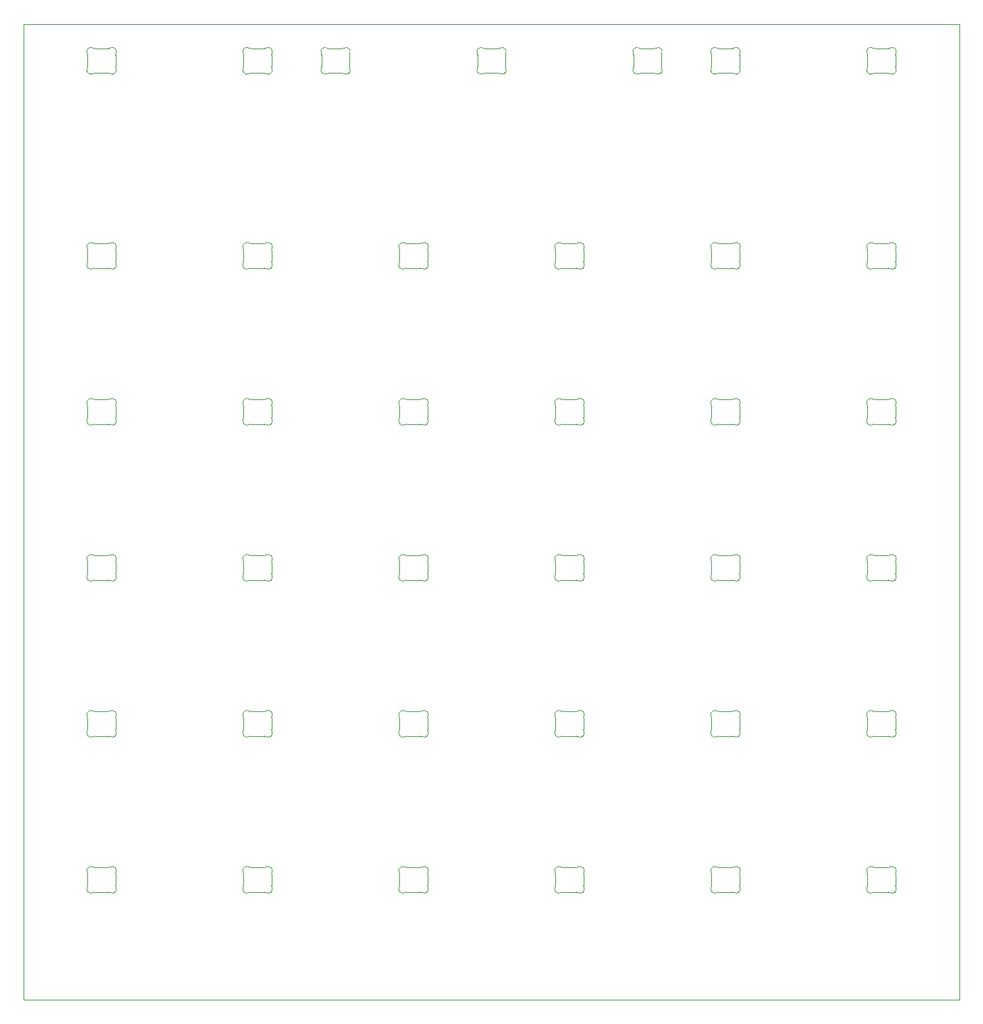
<source format=gm1>
G04 #@! TF.GenerationSoftware,KiCad,Pcbnew,8.0.5*
G04 #@! TF.CreationDate,2024-10-08T22:30:13+02:00*
G04 #@! TF.ProjectId,tekskey-v3-rounded,74656b73-6b65-4792-9d76-332d726f756e,rev?*
G04 #@! TF.SameCoordinates,Original*
G04 #@! TF.FileFunction,Profile,NP*
%FSLAX46Y46*%
G04 Gerber Fmt 4.6, Leading zero omitted, Abs format (unit mm)*
G04 Created by KiCad (PCBNEW 8.0.5) date 2024-10-08 22:30:13*
%MOMM*%
%LPD*%
G01*
G04 APERTURE LIST*
G04 #@! TA.AperFunction,Profile*
%ADD10C,0.050000*%
G04 #@! TD*
G04 #@! TA.AperFunction,Profile*
%ADD11C,0.100000*%
G04 #@! TD*
G04 APERTURE END LIST*
D10*
X28575000Y-23812500D02*
X142875000Y-23812500D01*
X142875000Y-142875000D01*
X28575000Y-142875000D01*
X28575000Y-23812500D01*
D11*
X116049484Y-110139719D02*
G75*
G02*
X115999985Y-109922841I450116J216819D01*
G01*
X116049484Y-110139718D02*
G75*
G02*
X115346710Y-110788301I-450514J-216882D01*
G01*
X115999999Y-108517156D02*
G75*
G02*
X116049486Y-108300280I499901J16D01*
G01*
X115346711Y-107651701D02*
G75*
G02*
X116049483Y-108300279I252259J-431699D01*
G01*
X115346711Y-107651701D02*
G75*
G02*
X115094453Y-107720000I-252261J431711D01*
G01*
X115094452Y-110719999D02*
G75*
G02*
X115346711Y-110788298I-2J-500011D01*
G01*
X113505547Y-107719999D02*
G75*
G02*
X113253289Y-107651700I3J500009D01*
G01*
X113253290Y-110788298D02*
G75*
G02*
X113505548Y-110719999I252261J-431710D01*
G01*
X113253289Y-110788296D02*
G75*
G02*
X112550516Y-110139719I-252258J431700D01*
G01*
X112600001Y-109922842D02*
G75*
G02*
X112550516Y-110139719I-499990J-1D01*
G01*
X112550516Y-108300279D02*
G75*
G02*
X113253289Y-107651700I450515J216878D01*
G01*
X112550516Y-108300279D02*
G75*
G02*
X112600001Y-108517157I-450505J-216876D01*
G01*
X115999999Y-109922841D02*
X115999999Y-108517157D01*
X115094453Y-107720000D02*
X113505548Y-107720000D01*
X113505548Y-110719999D02*
X115094452Y-110719999D01*
X112600001Y-108517157D02*
X112600001Y-109922841D01*
X135099484Y-91089721D02*
G75*
G02*
X135049987Y-90872843I451016J217021D01*
G01*
X135099484Y-91089721D02*
G75*
G02*
X134396711Y-91738300I-450514J-216879D01*
G01*
X135049999Y-89467158D02*
G75*
G02*
X135099479Y-89250278I499801J58D01*
G01*
X134396711Y-88601704D02*
G75*
G02*
X135099480Y-89250279I252259J-431696D01*
G01*
X134396710Y-88601702D02*
G75*
G02*
X134144452Y-88670000I-252260J431712D01*
G01*
X134144453Y-91670001D02*
G75*
G02*
X134396711Y-91738300I-3J-500009D01*
G01*
X132555548Y-88670001D02*
G75*
G02*
X132303289Y-88601702I2J500009D01*
G01*
X132303289Y-91738299D02*
G75*
G02*
X132555547Y-91670000I252261J-431710D01*
G01*
X132303289Y-91738299D02*
G75*
G02*
X131600515Y-91089721I-252259J431700D01*
G01*
X131650001Y-90872844D02*
G75*
G02*
X131600516Y-91089721I-499990J-1D01*
G01*
X131600516Y-89250282D02*
G75*
G02*
X132303289Y-88601702I450514J216880D01*
G01*
X131600516Y-89250281D02*
G75*
G02*
X131650001Y-89467159I-450505J-216876D01*
G01*
X135049999Y-90872843D02*
X135049999Y-89467159D01*
X134144452Y-88670001D02*
X132555548Y-88670001D01*
X132555547Y-91670000D02*
X134144452Y-91670000D01*
X131650001Y-89467159D02*
X131650001Y-90872843D01*
X77949484Y-110139719D02*
G75*
G02*
X77899985Y-109922841I450116J216819D01*
G01*
X77949484Y-110139718D02*
G75*
G02*
X77246710Y-110788301I-450514J-216882D01*
G01*
X77899999Y-108517156D02*
G75*
G02*
X77949486Y-108300280I499901J16D01*
G01*
X77246711Y-107651701D02*
G75*
G02*
X77949483Y-108300279I252259J-431699D01*
G01*
X77246711Y-107651701D02*
G75*
G02*
X76994453Y-107720000I-252261J431711D01*
G01*
X76994452Y-110719999D02*
G75*
G02*
X77246711Y-110788298I-2J-500011D01*
G01*
X75405547Y-107719999D02*
G75*
G02*
X75153289Y-107651700I3J500009D01*
G01*
X75153290Y-110788298D02*
G75*
G02*
X75405548Y-110719999I252261J-431710D01*
G01*
X75153289Y-110788296D02*
G75*
G02*
X74450516Y-110139719I-252258J431700D01*
G01*
X74500001Y-109922842D02*
G75*
G02*
X74450516Y-110139719I-499990J-1D01*
G01*
X74450516Y-108300279D02*
G75*
G02*
X75153289Y-107651700I450515J216878D01*
G01*
X74450516Y-108300279D02*
G75*
G02*
X74500001Y-108517157I-450505J-216876D01*
G01*
X77899999Y-109922841D02*
X77899999Y-108517157D01*
X76994453Y-107720000D02*
X75405548Y-107720000D01*
X75405548Y-110719999D02*
X76994452Y-110719999D01*
X74500001Y-108517157D02*
X74500001Y-109922841D01*
X116049484Y-29177219D02*
G75*
G02*
X115999985Y-28960341I450116J216819D01*
G01*
X116049484Y-29177218D02*
G75*
G02*
X115346710Y-29825801I-450514J-216882D01*
G01*
X115999999Y-27554656D02*
G75*
G02*
X116049486Y-27337780I499901J16D01*
G01*
X115346711Y-26689201D02*
G75*
G02*
X116049483Y-27337779I252259J-431699D01*
G01*
X115346711Y-26689201D02*
G75*
G02*
X115094453Y-26757500I-252261J431711D01*
G01*
X115094452Y-29757499D02*
G75*
G02*
X115346711Y-29825798I-2J-500011D01*
G01*
X113505547Y-26757499D02*
G75*
G02*
X113253289Y-26689200I3J500009D01*
G01*
X113253290Y-29825798D02*
G75*
G02*
X113505548Y-29757499I252261J-431710D01*
G01*
X113253289Y-29825796D02*
G75*
G02*
X112550516Y-29177219I-252258J431700D01*
G01*
X112600001Y-28960342D02*
G75*
G02*
X112550516Y-29177219I-499990J-1D01*
G01*
X112550516Y-27337779D02*
G75*
G02*
X113253289Y-26689200I450515J216878D01*
G01*
X112550516Y-27337779D02*
G75*
G02*
X112600001Y-27554657I-450505J-216876D01*
G01*
X115999999Y-28960341D02*
X115999999Y-27554657D01*
X115094453Y-26757500D02*
X113505548Y-26757500D01*
X113505548Y-29757499D02*
X115094452Y-29757499D01*
X112600001Y-27554657D02*
X112600001Y-28960341D01*
X58899484Y-91089721D02*
G75*
G02*
X58849987Y-90872843I451016J217021D01*
G01*
X58899484Y-91089721D02*
G75*
G02*
X58196711Y-91738300I-450514J-216879D01*
G01*
X58849999Y-89467158D02*
G75*
G02*
X58899479Y-89250278I499801J58D01*
G01*
X58196711Y-88601704D02*
G75*
G02*
X58899480Y-89250279I252259J-431696D01*
G01*
X58196710Y-88601702D02*
G75*
G02*
X57944452Y-88670000I-252260J431712D01*
G01*
X57944453Y-91670001D02*
G75*
G02*
X58196711Y-91738300I-3J-500009D01*
G01*
X56355548Y-88670001D02*
G75*
G02*
X56103289Y-88601702I2J500009D01*
G01*
X56103289Y-91738299D02*
G75*
G02*
X56355547Y-91670000I252261J-431710D01*
G01*
X56103289Y-91738299D02*
G75*
G02*
X55400515Y-91089721I-252259J431700D01*
G01*
X55450001Y-90872844D02*
G75*
G02*
X55400516Y-91089721I-499990J-1D01*
G01*
X55400516Y-89250282D02*
G75*
G02*
X56103289Y-88601702I450514J216880D01*
G01*
X55400516Y-89250281D02*
G75*
G02*
X55450001Y-89467159I-450505J-216876D01*
G01*
X58849999Y-90872843D02*
X58849999Y-89467159D01*
X57944452Y-88670001D02*
X56355548Y-88670001D01*
X56355547Y-91670000D02*
X57944452Y-91670000D01*
X55450001Y-89467159D02*
X55450001Y-90872843D01*
X135099484Y-72039719D02*
G75*
G02*
X135049985Y-71822841I450116J216819D01*
G01*
X135099484Y-72039718D02*
G75*
G02*
X134396710Y-72688301I-450514J-216882D01*
G01*
X135049999Y-70417156D02*
G75*
G02*
X135099486Y-70200280I499901J16D01*
G01*
X134396711Y-69551701D02*
G75*
G02*
X135099483Y-70200279I252259J-431699D01*
G01*
X134396711Y-69551701D02*
G75*
G02*
X134144453Y-69620000I-252261J431711D01*
G01*
X134144452Y-72619999D02*
G75*
G02*
X134396711Y-72688298I-2J-500011D01*
G01*
X132555547Y-69619999D02*
G75*
G02*
X132303289Y-69551700I3J500009D01*
G01*
X132303290Y-72688298D02*
G75*
G02*
X132555548Y-72619999I252261J-431710D01*
G01*
X132303289Y-72688296D02*
G75*
G02*
X131600516Y-72039719I-252258J431700D01*
G01*
X131650001Y-71822842D02*
G75*
G02*
X131600516Y-72039719I-499990J-1D01*
G01*
X131600516Y-70200279D02*
G75*
G02*
X132303289Y-69551700I450515J216878D01*
G01*
X131600516Y-70200279D02*
G75*
G02*
X131650001Y-70417157I-450505J-216876D01*
G01*
X135049999Y-71822841D02*
X135049999Y-70417157D01*
X134144453Y-69620000D02*
X132555548Y-69620000D01*
X132555548Y-72619999D02*
X134144452Y-72619999D01*
X131650001Y-70417157D02*
X131650001Y-71822841D01*
X58899484Y-29177219D02*
G75*
G02*
X58849985Y-28960341I450116J216819D01*
G01*
X58899484Y-29177218D02*
G75*
G02*
X58196710Y-29825801I-450514J-216882D01*
G01*
X58849999Y-27554656D02*
G75*
G02*
X58899486Y-27337780I499901J16D01*
G01*
X58196711Y-26689201D02*
G75*
G02*
X58899483Y-27337779I252259J-431699D01*
G01*
X58196711Y-26689201D02*
G75*
G02*
X57944453Y-26757500I-252261J431711D01*
G01*
X57944452Y-29757499D02*
G75*
G02*
X58196711Y-29825798I-2J-500011D01*
G01*
X56355547Y-26757499D02*
G75*
G02*
X56103289Y-26689200I3J500009D01*
G01*
X56103290Y-29825798D02*
G75*
G02*
X56355548Y-29757499I252261J-431710D01*
G01*
X56103289Y-29825796D02*
G75*
G02*
X55400516Y-29177219I-252258J431700D01*
G01*
X55450001Y-28960342D02*
G75*
G02*
X55400516Y-29177219I-499990J-1D01*
G01*
X55400516Y-27337779D02*
G75*
G02*
X56103289Y-26689200I450515J216878D01*
G01*
X55400516Y-27337779D02*
G75*
G02*
X55450001Y-27554657I-450505J-216876D01*
G01*
X58849999Y-28960341D02*
X58849999Y-27554657D01*
X57944453Y-26757500D02*
X56355548Y-26757500D01*
X56355548Y-29757499D02*
X57944452Y-29757499D01*
X55450001Y-27554657D02*
X55450001Y-28960341D01*
X77949484Y-72039719D02*
G75*
G02*
X77899985Y-71822841I450116J216819D01*
G01*
X77949484Y-72039718D02*
G75*
G02*
X77246710Y-72688301I-450514J-216882D01*
G01*
X77899999Y-70417156D02*
G75*
G02*
X77949486Y-70200280I499901J16D01*
G01*
X77246711Y-69551701D02*
G75*
G02*
X77949483Y-70200279I252259J-431699D01*
G01*
X77246711Y-69551701D02*
G75*
G02*
X76994453Y-69620000I-252261J431711D01*
G01*
X76994452Y-72619999D02*
G75*
G02*
X77246711Y-72688298I-2J-500011D01*
G01*
X75405547Y-69619999D02*
G75*
G02*
X75153289Y-69551700I3J500009D01*
G01*
X75153290Y-72688298D02*
G75*
G02*
X75405548Y-72619999I252261J-431710D01*
G01*
X75153289Y-72688296D02*
G75*
G02*
X74450516Y-72039719I-252258J431700D01*
G01*
X74500001Y-71822842D02*
G75*
G02*
X74450516Y-72039719I-499990J-1D01*
G01*
X74450516Y-70200279D02*
G75*
G02*
X75153289Y-69551700I450515J216878D01*
G01*
X74450516Y-70200279D02*
G75*
G02*
X74500001Y-70417157I-450505J-216876D01*
G01*
X77899999Y-71822841D02*
X77899999Y-70417157D01*
X76994453Y-69620000D02*
X75405548Y-69620000D01*
X75405548Y-72619999D02*
X76994452Y-72619999D01*
X74500001Y-70417157D02*
X74500001Y-71822841D01*
X106524484Y-29177219D02*
G75*
G02*
X106474985Y-28960341I450116J216819D01*
G01*
X106524484Y-29177218D02*
G75*
G02*
X105821710Y-29825801I-450514J-216882D01*
G01*
X106474999Y-27554656D02*
G75*
G02*
X106524486Y-27337780I499901J16D01*
G01*
X105821711Y-26689201D02*
G75*
G02*
X106524483Y-27337779I252259J-431699D01*
G01*
X105821711Y-26689201D02*
G75*
G02*
X105569453Y-26757500I-252261J431711D01*
G01*
X105569452Y-29757499D02*
G75*
G02*
X105821711Y-29825798I-2J-500011D01*
G01*
X103980547Y-26757499D02*
G75*
G02*
X103728289Y-26689200I3J500009D01*
G01*
X103728290Y-29825798D02*
G75*
G02*
X103980548Y-29757499I252261J-431710D01*
G01*
X103728289Y-29825796D02*
G75*
G02*
X103025516Y-29177219I-252258J431700D01*
G01*
X103075001Y-28960342D02*
G75*
G02*
X103025516Y-29177219I-499990J-1D01*
G01*
X103025516Y-27337779D02*
G75*
G02*
X103728289Y-26689200I450515J216878D01*
G01*
X103025516Y-27337779D02*
G75*
G02*
X103075001Y-27554657I-450505J-216876D01*
G01*
X106474999Y-28960341D02*
X106474999Y-27554657D01*
X105569453Y-26757500D02*
X103980548Y-26757500D01*
X103980548Y-29757499D02*
X105569452Y-29757499D01*
X103075001Y-27554657D02*
X103075001Y-28960341D01*
X58899484Y-72039719D02*
G75*
G02*
X58849985Y-71822841I450116J216819D01*
G01*
X58899484Y-72039718D02*
G75*
G02*
X58196710Y-72688301I-450514J-216882D01*
G01*
X58849999Y-70417156D02*
G75*
G02*
X58899486Y-70200280I499901J16D01*
G01*
X58196711Y-69551701D02*
G75*
G02*
X58899483Y-70200279I252259J-431699D01*
G01*
X58196711Y-69551701D02*
G75*
G02*
X57944453Y-69620000I-252261J431711D01*
G01*
X57944452Y-72619999D02*
G75*
G02*
X58196711Y-72688298I-2J-500011D01*
G01*
X56355547Y-69619999D02*
G75*
G02*
X56103289Y-69551700I3J500009D01*
G01*
X56103290Y-72688298D02*
G75*
G02*
X56355548Y-72619999I252261J-431710D01*
G01*
X56103289Y-72688296D02*
G75*
G02*
X55400516Y-72039719I-252258J431700D01*
G01*
X55450001Y-71822842D02*
G75*
G02*
X55400516Y-72039719I-499990J-1D01*
G01*
X55400516Y-70200279D02*
G75*
G02*
X56103289Y-69551700I450515J216878D01*
G01*
X55400516Y-70200279D02*
G75*
G02*
X55450001Y-70417157I-450505J-216876D01*
G01*
X58849999Y-71822841D02*
X58849999Y-70417157D01*
X57944453Y-69620000D02*
X56355548Y-69620000D01*
X56355548Y-72619999D02*
X57944452Y-72619999D01*
X55450001Y-70417157D02*
X55450001Y-71822841D01*
X39849484Y-52989721D02*
G75*
G02*
X39799987Y-52772843I451016J217021D01*
G01*
X39849484Y-52989721D02*
G75*
G02*
X39146711Y-53638300I-450514J-216879D01*
G01*
X39799999Y-51367158D02*
G75*
G02*
X39849479Y-51150278I499801J58D01*
G01*
X39146711Y-50501704D02*
G75*
G02*
X39849480Y-51150279I252259J-431696D01*
G01*
X39146710Y-50501702D02*
G75*
G02*
X38894452Y-50570000I-252260J431712D01*
G01*
X38894453Y-53570001D02*
G75*
G02*
X39146711Y-53638300I-3J-500009D01*
G01*
X37305548Y-50570001D02*
G75*
G02*
X37053289Y-50501702I2J500009D01*
G01*
X37053289Y-53638299D02*
G75*
G02*
X37305547Y-53570000I252261J-431710D01*
G01*
X37053289Y-53638299D02*
G75*
G02*
X36350515Y-52989721I-252259J431700D01*
G01*
X36400001Y-52772844D02*
G75*
G02*
X36350516Y-52989721I-499990J-1D01*
G01*
X36350516Y-51150282D02*
G75*
G02*
X37053289Y-50501702I450514J216880D01*
G01*
X36350516Y-51150281D02*
G75*
G02*
X36400001Y-51367159I-450505J-216876D01*
G01*
X39799999Y-52772843D02*
X39799999Y-51367159D01*
X38894452Y-50570001D02*
X37305548Y-50570001D01*
X37305547Y-53570000D02*
X38894452Y-53570000D01*
X36400001Y-51367159D02*
X36400001Y-52772843D01*
X58899484Y-110139719D02*
G75*
G02*
X58849985Y-109922841I450116J216819D01*
G01*
X58899484Y-110139718D02*
G75*
G02*
X58196710Y-110788301I-450514J-216882D01*
G01*
X58849999Y-108517156D02*
G75*
G02*
X58899486Y-108300280I499901J16D01*
G01*
X58196711Y-107651701D02*
G75*
G02*
X58899483Y-108300279I252259J-431699D01*
G01*
X58196711Y-107651701D02*
G75*
G02*
X57944453Y-107720000I-252261J431711D01*
G01*
X57944452Y-110719999D02*
G75*
G02*
X58196711Y-110788298I-2J-500011D01*
G01*
X56355547Y-107719999D02*
G75*
G02*
X56103289Y-107651700I3J500009D01*
G01*
X56103290Y-110788298D02*
G75*
G02*
X56355548Y-110719999I252261J-431710D01*
G01*
X56103289Y-110788296D02*
G75*
G02*
X55400516Y-110139719I-252258J431700D01*
G01*
X55450001Y-109922842D02*
G75*
G02*
X55400516Y-110139719I-499990J-1D01*
G01*
X55400516Y-108300279D02*
G75*
G02*
X56103289Y-107651700I450515J216878D01*
G01*
X55400516Y-108300279D02*
G75*
G02*
X55450001Y-108517157I-450505J-216876D01*
G01*
X58849999Y-109922841D02*
X58849999Y-108517157D01*
X57944453Y-107720000D02*
X56355548Y-107720000D01*
X56355548Y-110719999D02*
X57944452Y-110719999D01*
X55450001Y-108517157D02*
X55450001Y-109922841D01*
X39849484Y-91089721D02*
G75*
G02*
X39799987Y-90872843I451016J217021D01*
G01*
X39849484Y-91089721D02*
G75*
G02*
X39146711Y-91738300I-450514J-216879D01*
G01*
X39799999Y-89467158D02*
G75*
G02*
X39849479Y-89250278I499801J58D01*
G01*
X39146711Y-88601704D02*
G75*
G02*
X39849480Y-89250279I252259J-431696D01*
G01*
X39146710Y-88601702D02*
G75*
G02*
X38894452Y-88670000I-252260J431712D01*
G01*
X38894453Y-91670001D02*
G75*
G02*
X39146711Y-91738300I-3J-500009D01*
G01*
X37305548Y-88670001D02*
G75*
G02*
X37053289Y-88601702I2J500009D01*
G01*
X37053289Y-91738299D02*
G75*
G02*
X37305547Y-91670000I252261J-431710D01*
G01*
X37053289Y-91738299D02*
G75*
G02*
X36350515Y-91089721I-252259J431700D01*
G01*
X36400001Y-90872844D02*
G75*
G02*
X36350516Y-91089721I-499990J-1D01*
G01*
X36350516Y-89250282D02*
G75*
G02*
X37053289Y-88601702I450514J216880D01*
G01*
X36350516Y-89250281D02*
G75*
G02*
X36400001Y-89467159I-450505J-216876D01*
G01*
X39799999Y-90872843D02*
X39799999Y-89467159D01*
X38894452Y-88670001D02*
X37305548Y-88670001D01*
X37305547Y-91670000D02*
X38894452Y-91670000D01*
X36400001Y-89467159D02*
X36400001Y-90872843D01*
X96999484Y-129189721D02*
G75*
G02*
X96949987Y-128972843I451016J217021D01*
G01*
X96999484Y-129189721D02*
G75*
G02*
X96296711Y-129838300I-450514J-216879D01*
G01*
X96949999Y-127567158D02*
G75*
G02*
X96999479Y-127350278I499801J58D01*
G01*
X96296711Y-126701704D02*
G75*
G02*
X96999480Y-127350279I252259J-431696D01*
G01*
X96296710Y-126701702D02*
G75*
G02*
X96044452Y-126770000I-252260J431712D01*
G01*
X96044453Y-129770001D02*
G75*
G02*
X96296711Y-129838300I-3J-500009D01*
G01*
X94455548Y-126770001D02*
G75*
G02*
X94203289Y-126701702I2J500009D01*
G01*
X94203289Y-129838299D02*
G75*
G02*
X94455547Y-129770000I252261J-431710D01*
G01*
X94203289Y-129838299D02*
G75*
G02*
X93500515Y-129189721I-252259J431700D01*
G01*
X93550001Y-128972844D02*
G75*
G02*
X93500516Y-129189721I-499990J-1D01*
G01*
X93500516Y-127350282D02*
G75*
G02*
X94203289Y-126701702I450514J216880D01*
G01*
X93500516Y-127350281D02*
G75*
G02*
X93550001Y-127567159I-450505J-216876D01*
G01*
X96949999Y-128972843D02*
X96949999Y-127567159D01*
X96044452Y-126770001D02*
X94455548Y-126770001D01*
X94455547Y-129770000D02*
X96044452Y-129770000D01*
X93550001Y-127567159D02*
X93550001Y-128972843D01*
X68424484Y-29177219D02*
G75*
G02*
X68374985Y-28960341I450116J216819D01*
G01*
X68424484Y-29177218D02*
G75*
G02*
X67721710Y-29825801I-450514J-216882D01*
G01*
X68374999Y-27554656D02*
G75*
G02*
X68424486Y-27337780I499901J16D01*
G01*
X67721711Y-26689201D02*
G75*
G02*
X68424483Y-27337779I252259J-431699D01*
G01*
X67721711Y-26689201D02*
G75*
G02*
X67469453Y-26757500I-252261J431711D01*
G01*
X67469452Y-29757499D02*
G75*
G02*
X67721711Y-29825798I-2J-500011D01*
G01*
X65880547Y-26757499D02*
G75*
G02*
X65628289Y-26689200I3J500009D01*
G01*
X65628290Y-29825798D02*
G75*
G02*
X65880548Y-29757499I252261J-431710D01*
G01*
X65628289Y-29825796D02*
G75*
G02*
X64925516Y-29177219I-252258J431700D01*
G01*
X64975001Y-28960342D02*
G75*
G02*
X64925516Y-29177219I-499990J-1D01*
G01*
X64925516Y-27337779D02*
G75*
G02*
X65628289Y-26689200I450515J216878D01*
G01*
X64925516Y-27337779D02*
G75*
G02*
X64975001Y-27554657I-450505J-216876D01*
G01*
X68374999Y-28960341D02*
X68374999Y-27554657D01*
X67469453Y-26757500D02*
X65880548Y-26757500D01*
X65880548Y-29757499D02*
X67469452Y-29757499D01*
X64975001Y-27554657D02*
X64975001Y-28960341D01*
X39849484Y-72039719D02*
G75*
G02*
X39799985Y-71822841I450116J216819D01*
G01*
X39849484Y-72039718D02*
G75*
G02*
X39146710Y-72688301I-450514J-216882D01*
G01*
X39799999Y-70417156D02*
G75*
G02*
X39849486Y-70200280I499901J16D01*
G01*
X39146711Y-69551701D02*
G75*
G02*
X39849483Y-70200279I252259J-431699D01*
G01*
X39146711Y-69551701D02*
G75*
G02*
X38894453Y-69620000I-252261J431711D01*
G01*
X38894452Y-72619999D02*
G75*
G02*
X39146711Y-72688298I-2J-500011D01*
G01*
X37305547Y-69619999D02*
G75*
G02*
X37053289Y-69551700I3J500009D01*
G01*
X37053290Y-72688298D02*
G75*
G02*
X37305548Y-72619999I252261J-431710D01*
G01*
X37053289Y-72688296D02*
G75*
G02*
X36350516Y-72039719I-252258J431700D01*
G01*
X36400001Y-71822842D02*
G75*
G02*
X36350516Y-72039719I-499990J-1D01*
G01*
X36350516Y-70200279D02*
G75*
G02*
X37053289Y-69551700I450515J216878D01*
G01*
X36350516Y-70200279D02*
G75*
G02*
X36400001Y-70417157I-450505J-216876D01*
G01*
X39799999Y-71822841D02*
X39799999Y-70417157D01*
X38894453Y-69620000D02*
X37305548Y-69620000D01*
X37305548Y-72619999D02*
X38894452Y-72619999D01*
X36400001Y-70417157D02*
X36400001Y-71822841D01*
X135099484Y-129189721D02*
G75*
G02*
X135049987Y-128972843I451016J217021D01*
G01*
X135099484Y-129189721D02*
G75*
G02*
X134396711Y-129838300I-450514J-216879D01*
G01*
X135049999Y-127567158D02*
G75*
G02*
X135099479Y-127350278I499801J58D01*
G01*
X134396711Y-126701704D02*
G75*
G02*
X135099480Y-127350279I252259J-431696D01*
G01*
X134396710Y-126701702D02*
G75*
G02*
X134144452Y-126770000I-252260J431712D01*
G01*
X134144453Y-129770001D02*
G75*
G02*
X134396711Y-129838300I-3J-500009D01*
G01*
X132555548Y-126770001D02*
G75*
G02*
X132303289Y-126701702I2J500009D01*
G01*
X132303289Y-129838299D02*
G75*
G02*
X132555547Y-129770000I252261J-431710D01*
G01*
X132303289Y-129838299D02*
G75*
G02*
X131600515Y-129189721I-252259J431700D01*
G01*
X131650001Y-128972844D02*
G75*
G02*
X131600516Y-129189721I-499990J-1D01*
G01*
X131600516Y-127350282D02*
G75*
G02*
X132303289Y-126701702I450514J216880D01*
G01*
X131600516Y-127350281D02*
G75*
G02*
X131650001Y-127567159I-450505J-216876D01*
G01*
X135049999Y-128972843D02*
X135049999Y-127567159D01*
X134144452Y-126770001D02*
X132555548Y-126770001D01*
X132555547Y-129770000D02*
X134144452Y-129770000D01*
X131650001Y-127567159D02*
X131650001Y-128972843D01*
X96999484Y-110139719D02*
G75*
G02*
X96949985Y-109922841I450116J216819D01*
G01*
X96999484Y-110139718D02*
G75*
G02*
X96296710Y-110788301I-450514J-216882D01*
G01*
X96949999Y-108517156D02*
G75*
G02*
X96999486Y-108300280I499901J16D01*
G01*
X96296711Y-107651701D02*
G75*
G02*
X96999483Y-108300279I252259J-431699D01*
G01*
X96296711Y-107651701D02*
G75*
G02*
X96044453Y-107720000I-252261J431711D01*
G01*
X96044452Y-110719999D02*
G75*
G02*
X96296711Y-110788298I-2J-500011D01*
G01*
X94455547Y-107719999D02*
G75*
G02*
X94203289Y-107651700I3J500009D01*
G01*
X94203290Y-110788298D02*
G75*
G02*
X94455548Y-110719999I252261J-431710D01*
G01*
X94203289Y-110788296D02*
G75*
G02*
X93500516Y-110139719I-252258J431700D01*
G01*
X93550001Y-109922842D02*
G75*
G02*
X93500516Y-110139719I-499990J-1D01*
G01*
X93500516Y-108300279D02*
G75*
G02*
X94203289Y-107651700I450515J216878D01*
G01*
X93500516Y-108300279D02*
G75*
G02*
X93550001Y-108517157I-450505J-216876D01*
G01*
X96949999Y-109922841D02*
X96949999Y-108517157D01*
X96044453Y-107720000D02*
X94455548Y-107720000D01*
X94455548Y-110719999D02*
X96044452Y-110719999D01*
X93550001Y-108517157D02*
X93550001Y-109922841D01*
X77949484Y-91089721D02*
G75*
G02*
X77899987Y-90872843I451016J217021D01*
G01*
X77949484Y-91089721D02*
G75*
G02*
X77246711Y-91738300I-450514J-216879D01*
G01*
X77899999Y-89467158D02*
G75*
G02*
X77949479Y-89250278I499801J58D01*
G01*
X77246711Y-88601704D02*
G75*
G02*
X77949480Y-89250279I252259J-431696D01*
G01*
X77246710Y-88601702D02*
G75*
G02*
X76994452Y-88670000I-252260J431712D01*
G01*
X76994453Y-91670001D02*
G75*
G02*
X77246711Y-91738300I-3J-500009D01*
G01*
X75405548Y-88670001D02*
G75*
G02*
X75153289Y-88601702I2J500009D01*
G01*
X75153289Y-91738299D02*
G75*
G02*
X75405547Y-91670000I252261J-431710D01*
G01*
X75153289Y-91738299D02*
G75*
G02*
X74450515Y-91089721I-252259J431700D01*
G01*
X74500001Y-90872844D02*
G75*
G02*
X74450516Y-91089721I-499990J-1D01*
G01*
X74450516Y-89250282D02*
G75*
G02*
X75153289Y-88601702I450514J216880D01*
G01*
X74450516Y-89250281D02*
G75*
G02*
X74500001Y-89467159I-450505J-216876D01*
G01*
X77899999Y-90872843D02*
X77899999Y-89467159D01*
X76994452Y-88670001D02*
X75405548Y-88670001D01*
X75405547Y-91670000D02*
X76994452Y-91670000D01*
X74500001Y-89467159D02*
X74500001Y-90872843D01*
X96999484Y-91089721D02*
G75*
G02*
X96949987Y-90872843I451016J217021D01*
G01*
X96999484Y-91089721D02*
G75*
G02*
X96296711Y-91738300I-450514J-216879D01*
G01*
X96949999Y-89467158D02*
G75*
G02*
X96999479Y-89250278I499801J58D01*
G01*
X96296711Y-88601704D02*
G75*
G02*
X96999480Y-89250279I252259J-431696D01*
G01*
X96296710Y-88601702D02*
G75*
G02*
X96044452Y-88670000I-252260J431712D01*
G01*
X96044453Y-91670001D02*
G75*
G02*
X96296711Y-91738300I-3J-500009D01*
G01*
X94455548Y-88670001D02*
G75*
G02*
X94203289Y-88601702I2J500009D01*
G01*
X94203289Y-91738299D02*
G75*
G02*
X94455547Y-91670000I252261J-431710D01*
G01*
X94203289Y-91738299D02*
G75*
G02*
X93500515Y-91089721I-252259J431700D01*
G01*
X93550001Y-90872844D02*
G75*
G02*
X93500516Y-91089721I-499990J-1D01*
G01*
X93500516Y-89250282D02*
G75*
G02*
X94203289Y-88601702I450514J216880D01*
G01*
X93500516Y-89250281D02*
G75*
G02*
X93550001Y-89467159I-450505J-216876D01*
G01*
X96949999Y-90872843D02*
X96949999Y-89467159D01*
X96044452Y-88670001D02*
X94455548Y-88670001D01*
X94455547Y-91670000D02*
X96044452Y-91670000D01*
X93550001Y-89467159D02*
X93550001Y-90872843D01*
X116049484Y-91089721D02*
G75*
G02*
X115999987Y-90872843I451016J217021D01*
G01*
X116049484Y-91089721D02*
G75*
G02*
X115346711Y-91738300I-450514J-216879D01*
G01*
X115999999Y-89467158D02*
G75*
G02*
X116049479Y-89250278I499801J58D01*
G01*
X115346711Y-88601704D02*
G75*
G02*
X116049480Y-89250279I252259J-431696D01*
G01*
X115346710Y-88601702D02*
G75*
G02*
X115094452Y-88670000I-252260J431712D01*
G01*
X115094453Y-91670001D02*
G75*
G02*
X115346711Y-91738300I-3J-500009D01*
G01*
X113505548Y-88670001D02*
G75*
G02*
X113253289Y-88601702I2J500009D01*
G01*
X113253289Y-91738299D02*
G75*
G02*
X113505547Y-91670000I252261J-431710D01*
G01*
X113253289Y-91738299D02*
G75*
G02*
X112550515Y-91089721I-252259J431700D01*
G01*
X112600001Y-90872844D02*
G75*
G02*
X112550516Y-91089721I-499990J-1D01*
G01*
X112550516Y-89250282D02*
G75*
G02*
X113253289Y-88601702I450514J216880D01*
G01*
X112550516Y-89250281D02*
G75*
G02*
X112600001Y-89467159I-450505J-216876D01*
G01*
X115999999Y-90872843D02*
X115999999Y-89467159D01*
X115094452Y-88670001D02*
X113505548Y-88670001D01*
X113505547Y-91670000D02*
X115094452Y-91670000D01*
X112600001Y-89467159D02*
X112600001Y-90872843D01*
X58899484Y-52989721D02*
G75*
G02*
X58849987Y-52772843I451016J217021D01*
G01*
X58899484Y-52989721D02*
G75*
G02*
X58196711Y-53638300I-450514J-216879D01*
G01*
X58849999Y-51367158D02*
G75*
G02*
X58899479Y-51150278I499801J58D01*
G01*
X58196711Y-50501704D02*
G75*
G02*
X58899480Y-51150279I252259J-431696D01*
G01*
X58196710Y-50501702D02*
G75*
G02*
X57944452Y-50570000I-252260J431712D01*
G01*
X57944453Y-53570001D02*
G75*
G02*
X58196711Y-53638300I-3J-500009D01*
G01*
X56355548Y-50570001D02*
G75*
G02*
X56103289Y-50501702I2J500009D01*
G01*
X56103289Y-53638299D02*
G75*
G02*
X56355547Y-53570000I252261J-431710D01*
G01*
X56103289Y-53638299D02*
G75*
G02*
X55400515Y-52989721I-252259J431700D01*
G01*
X55450001Y-52772844D02*
G75*
G02*
X55400516Y-52989721I-499990J-1D01*
G01*
X55400516Y-51150282D02*
G75*
G02*
X56103289Y-50501702I450514J216880D01*
G01*
X55400516Y-51150281D02*
G75*
G02*
X55450001Y-51367159I-450505J-216876D01*
G01*
X58849999Y-52772843D02*
X58849999Y-51367159D01*
X57944452Y-50570001D02*
X56355548Y-50570001D01*
X56355547Y-53570000D02*
X57944452Y-53570000D01*
X55450001Y-51367159D02*
X55450001Y-52772843D01*
X77949484Y-129189721D02*
G75*
G02*
X77899987Y-128972843I451016J217021D01*
G01*
X77949484Y-129189721D02*
G75*
G02*
X77246711Y-129838300I-450514J-216879D01*
G01*
X77899999Y-127567158D02*
G75*
G02*
X77949479Y-127350278I499801J58D01*
G01*
X77246711Y-126701704D02*
G75*
G02*
X77949480Y-127350279I252259J-431696D01*
G01*
X77246710Y-126701702D02*
G75*
G02*
X76994452Y-126770000I-252260J431712D01*
G01*
X76994453Y-129770001D02*
G75*
G02*
X77246711Y-129838300I-3J-500009D01*
G01*
X75405548Y-126770001D02*
G75*
G02*
X75153289Y-126701702I2J500009D01*
G01*
X75153289Y-129838299D02*
G75*
G02*
X75405547Y-129770000I252261J-431710D01*
G01*
X75153289Y-129838299D02*
G75*
G02*
X74450515Y-129189721I-252259J431700D01*
G01*
X74500001Y-128972844D02*
G75*
G02*
X74450516Y-129189721I-499990J-1D01*
G01*
X74450516Y-127350282D02*
G75*
G02*
X75153289Y-126701702I450514J216880D01*
G01*
X74450516Y-127350281D02*
G75*
G02*
X74500001Y-127567159I-450505J-216876D01*
G01*
X77899999Y-128972843D02*
X77899999Y-127567159D01*
X76994452Y-126770001D02*
X75405548Y-126770001D01*
X75405547Y-129770000D02*
X76994452Y-129770000D01*
X74500001Y-127567159D02*
X74500001Y-128972843D01*
X96999484Y-52989721D02*
G75*
G02*
X96949987Y-52772843I451016J217021D01*
G01*
X96999484Y-52989721D02*
G75*
G02*
X96296711Y-53638300I-450514J-216879D01*
G01*
X96949999Y-51367158D02*
G75*
G02*
X96999479Y-51150278I499801J58D01*
G01*
X96296711Y-50501704D02*
G75*
G02*
X96999480Y-51150279I252259J-431696D01*
G01*
X96296710Y-50501702D02*
G75*
G02*
X96044452Y-50570000I-252260J431712D01*
G01*
X96044453Y-53570001D02*
G75*
G02*
X96296711Y-53638300I-3J-500009D01*
G01*
X94455548Y-50570001D02*
G75*
G02*
X94203289Y-50501702I2J500009D01*
G01*
X94203289Y-53638299D02*
G75*
G02*
X94455547Y-53570000I252261J-431710D01*
G01*
X94203289Y-53638299D02*
G75*
G02*
X93500515Y-52989721I-252259J431700D01*
G01*
X93550001Y-52772844D02*
G75*
G02*
X93500516Y-52989721I-499990J-1D01*
G01*
X93500516Y-51150282D02*
G75*
G02*
X94203289Y-50501702I450514J216880D01*
G01*
X93500516Y-51150281D02*
G75*
G02*
X93550001Y-51367159I-450505J-216876D01*
G01*
X96949999Y-52772843D02*
X96949999Y-51367159D01*
X96044452Y-50570001D02*
X94455548Y-50570001D01*
X94455547Y-53570000D02*
X96044452Y-53570000D01*
X93550001Y-51367159D02*
X93550001Y-52772843D01*
X135099484Y-110139719D02*
G75*
G02*
X135049985Y-109922841I450116J216819D01*
G01*
X135099484Y-110139718D02*
G75*
G02*
X134396710Y-110788301I-450514J-216882D01*
G01*
X135049999Y-108517156D02*
G75*
G02*
X135099486Y-108300280I499901J16D01*
G01*
X134396711Y-107651701D02*
G75*
G02*
X135099483Y-108300279I252259J-431699D01*
G01*
X134396711Y-107651701D02*
G75*
G02*
X134144453Y-107720000I-252261J431711D01*
G01*
X134144452Y-110719999D02*
G75*
G02*
X134396711Y-110788298I-2J-500011D01*
G01*
X132555547Y-107719999D02*
G75*
G02*
X132303289Y-107651700I3J500009D01*
G01*
X132303290Y-110788298D02*
G75*
G02*
X132555548Y-110719999I252261J-431710D01*
G01*
X132303289Y-110788296D02*
G75*
G02*
X131600516Y-110139719I-252258J431700D01*
G01*
X131650001Y-109922842D02*
G75*
G02*
X131600516Y-110139719I-499990J-1D01*
G01*
X131600516Y-108300279D02*
G75*
G02*
X132303289Y-107651700I450515J216878D01*
G01*
X131600516Y-108300279D02*
G75*
G02*
X131650001Y-108517157I-450505J-216876D01*
G01*
X135049999Y-109922841D02*
X135049999Y-108517157D01*
X134144453Y-107720000D02*
X132555548Y-107720000D01*
X132555548Y-110719999D02*
X134144452Y-110719999D01*
X131650001Y-108517157D02*
X131650001Y-109922841D01*
X116049484Y-72039719D02*
G75*
G02*
X115999985Y-71822841I450116J216819D01*
G01*
X116049484Y-72039718D02*
G75*
G02*
X115346710Y-72688301I-450514J-216882D01*
G01*
X115999999Y-70417156D02*
G75*
G02*
X116049486Y-70200280I499901J16D01*
G01*
X115346711Y-69551701D02*
G75*
G02*
X116049483Y-70200279I252259J-431699D01*
G01*
X115346711Y-69551701D02*
G75*
G02*
X115094453Y-69620000I-252261J431711D01*
G01*
X115094452Y-72619999D02*
G75*
G02*
X115346711Y-72688298I-2J-500011D01*
G01*
X113505547Y-69619999D02*
G75*
G02*
X113253289Y-69551700I3J500009D01*
G01*
X113253290Y-72688298D02*
G75*
G02*
X113505548Y-72619999I252261J-431710D01*
G01*
X113253289Y-72688296D02*
G75*
G02*
X112550516Y-72039719I-252258J431700D01*
G01*
X112600001Y-71822842D02*
G75*
G02*
X112550516Y-72039719I-499990J-1D01*
G01*
X112550516Y-70200279D02*
G75*
G02*
X113253289Y-69551700I450515J216878D01*
G01*
X112550516Y-70200279D02*
G75*
G02*
X112600001Y-70417157I-450505J-216876D01*
G01*
X115999999Y-71822841D02*
X115999999Y-70417157D01*
X115094453Y-69620000D02*
X113505548Y-69620000D01*
X113505548Y-72619999D02*
X115094452Y-72619999D01*
X112600001Y-70417157D02*
X112600001Y-71822841D01*
X135099484Y-29177219D02*
G75*
G02*
X135049985Y-28960341I450116J216819D01*
G01*
X135099484Y-29177218D02*
G75*
G02*
X134396710Y-29825801I-450514J-216882D01*
G01*
X135049999Y-27554656D02*
G75*
G02*
X135099486Y-27337780I499901J16D01*
G01*
X134396711Y-26689201D02*
G75*
G02*
X135099483Y-27337779I252259J-431699D01*
G01*
X134396711Y-26689201D02*
G75*
G02*
X134144453Y-26757500I-252261J431711D01*
G01*
X134144452Y-29757499D02*
G75*
G02*
X134396711Y-29825798I-2J-500011D01*
G01*
X132555547Y-26757499D02*
G75*
G02*
X132303289Y-26689200I3J500009D01*
G01*
X132303290Y-29825798D02*
G75*
G02*
X132555548Y-29757499I252261J-431710D01*
G01*
X132303289Y-29825796D02*
G75*
G02*
X131600516Y-29177219I-252258J431700D01*
G01*
X131650001Y-28960342D02*
G75*
G02*
X131600516Y-29177219I-499990J-1D01*
G01*
X131600516Y-27337779D02*
G75*
G02*
X132303289Y-26689200I450515J216878D01*
G01*
X131600516Y-27337779D02*
G75*
G02*
X131650001Y-27554657I-450505J-216876D01*
G01*
X135049999Y-28960341D02*
X135049999Y-27554657D01*
X134144453Y-26757500D02*
X132555548Y-26757500D01*
X132555548Y-29757499D02*
X134144452Y-29757499D01*
X131650001Y-27554657D02*
X131650001Y-28960341D01*
X96999484Y-72039719D02*
G75*
G02*
X96949985Y-71822841I450116J216819D01*
G01*
X96999484Y-72039718D02*
G75*
G02*
X96296710Y-72688301I-450514J-216882D01*
G01*
X96949999Y-70417156D02*
G75*
G02*
X96999486Y-70200280I499901J16D01*
G01*
X96296711Y-69551701D02*
G75*
G02*
X96999483Y-70200279I252259J-431699D01*
G01*
X96296711Y-69551701D02*
G75*
G02*
X96044453Y-69620000I-252261J431711D01*
G01*
X96044452Y-72619999D02*
G75*
G02*
X96296711Y-72688298I-2J-500011D01*
G01*
X94455547Y-69619999D02*
G75*
G02*
X94203289Y-69551700I3J500009D01*
G01*
X94203290Y-72688298D02*
G75*
G02*
X94455548Y-72619999I252261J-431710D01*
G01*
X94203289Y-72688296D02*
G75*
G02*
X93500516Y-72039719I-252258J431700D01*
G01*
X93550001Y-71822842D02*
G75*
G02*
X93500516Y-72039719I-499990J-1D01*
G01*
X93500516Y-70200279D02*
G75*
G02*
X94203289Y-69551700I450515J216878D01*
G01*
X93500516Y-70200279D02*
G75*
G02*
X93550001Y-70417157I-450505J-216876D01*
G01*
X96949999Y-71822841D02*
X96949999Y-70417157D01*
X96044453Y-69620000D02*
X94455548Y-69620000D01*
X94455548Y-72619999D02*
X96044452Y-72619999D01*
X93550001Y-70417157D02*
X93550001Y-71822841D01*
X39849484Y-129189721D02*
G75*
G02*
X39799987Y-128972843I451016J217021D01*
G01*
X39849484Y-129189721D02*
G75*
G02*
X39146711Y-129838300I-450514J-216879D01*
G01*
X39799999Y-127567158D02*
G75*
G02*
X39849479Y-127350278I499801J58D01*
G01*
X39146711Y-126701704D02*
G75*
G02*
X39849480Y-127350279I252259J-431696D01*
G01*
X39146710Y-126701702D02*
G75*
G02*
X38894452Y-126770000I-252260J431712D01*
G01*
X38894453Y-129770001D02*
G75*
G02*
X39146711Y-129838300I-3J-500009D01*
G01*
X37305548Y-126770001D02*
G75*
G02*
X37053289Y-126701702I2J500009D01*
G01*
X37053289Y-129838299D02*
G75*
G02*
X37305547Y-129770000I252261J-431710D01*
G01*
X37053289Y-129838299D02*
G75*
G02*
X36350515Y-129189721I-252259J431700D01*
G01*
X36400001Y-128972844D02*
G75*
G02*
X36350516Y-129189721I-499990J-1D01*
G01*
X36350516Y-127350282D02*
G75*
G02*
X37053289Y-126701702I450514J216880D01*
G01*
X36350516Y-127350281D02*
G75*
G02*
X36400001Y-127567159I-450505J-216876D01*
G01*
X39799999Y-128972843D02*
X39799999Y-127567159D01*
X38894452Y-126770001D02*
X37305548Y-126770001D01*
X37305547Y-129770000D02*
X38894452Y-129770000D01*
X36400001Y-127567159D02*
X36400001Y-128972843D01*
X39849484Y-29177219D02*
G75*
G02*
X39799985Y-28960341I450116J216819D01*
G01*
X39849484Y-29177218D02*
G75*
G02*
X39146710Y-29825801I-450514J-216882D01*
G01*
X39799999Y-27554656D02*
G75*
G02*
X39849486Y-27337780I499901J16D01*
G01*
X39146711Y-26689201D02*
G75*
G02*
X39849483Y-27337779I252259J-431699D01*
G01*
X39146711Y-26689201D02*
G75*
G02*
X38894453Y-26757500I-252261J431711D01*
G01*
X38894452Y-29757499D02*
G75*
G02*
X39146711Y-29825798I-2J-500011D01*
G01*
X37305547Y-26757499D02*
G75*
G02*
X37053289Y-26689200I3J500009D01*
G01*
X37053290Y-29825798D02*
G75*
G02*
X37305548Y-29757499I252261J-431710D01*
G01*
X37053289Y-29825796D02*
G75*
G02*
X36350516Y-29177219I-252258J431700D01*
G01*
X36400001Y-28960342D02*
G75*
G02*
X36350516Y-29177219I-499990J-1D01*
G01*
X36350516Y-27337779D02*
G75*
G02*
X37053289Y-26689200I450515J216878D01*
G01*
X36350516Y-27337779D02*
G75*
G02*
X36400001Y-27554657I-450505J-216876D01*
G01*
X39799999Y-28960341D02*
X39799999Y-27554657D01*
X38894453Y-26757500D02*
X37305548Y-26757500D01*
X37305548Y-29757499D02*
X38894452Y-29757499D01*
X36400001Y-27554657D02*
X36400001Y-28960341D01*
X116049484Y-129189721D02*
G75*
G02*
X115999987Y-128972843I451016J217021D01*
G01*
X116049484Y-129189721D02*
G75*
G02*
X115346711Y-129838300I-450514J-216879D01*
G01*
X115999999Y-127567158D02*
G75*
G02*
X116049479Y-127350278I499801J58D01*
G01*
X115346711Y-126701704D02*
G75*
G02*
X116049480Y-127350279I252259J-431696D01*
G01*
X115346710Y-126701702D02*
G75*
G02*
X115094452Y-126770000I-252260J431712D01*
G01*
X115094453Y-129770001D02*
G75*
G02*
X115346711Y-129838300I-3J-500009D01*
G01*
X113505548Y-126770001D02*
G75*
G02*
X113253289Y-126701702I2J500009D01*
G01*
X113253289Y-129838299D02*
G75*
G02*
X113505547Y-129770000I252261J-431710D01*
G01*
X113253289Y-129838299D02*
G75*
G02*
X112550515Y-129189721I-252259J431700D01*
G01*
X112600001Y-128972844D02*
G75*
G02*
X112550516Y-129189721I-499990J-1D01*
G01*
X112550516Y-127350282D02*
G75*
G02*
X113253289Y-126701702I450514J216880D01*
G01*
X112550516Y-127350281D02*
G75*
G02*
X112600001Y-127567159I-450505J-216876D01*
G01*
X115999999Y-128972843D02*
X115999999Y-127567159D01*
X115094452Y-126770001D02*
X113505548Y-126770001D01*
X113505547Y-129770000D02*
X115094452Y-129770000D01*
X112600001Y-127567159D02*
X112600001Y-128972843D01*
X116049484Y-52989721D02*
G75*
G02*
X115999987Y-52772843I451016J217021D01*
G01*
X116049484Y-52989721D02*
G75*
G02*
X115346711Y-53638300I-450514J-216879D01*
G01*
X115999999Y-51367158D02*
G75*
G02*
X116049479Y-51150278I499801J58D01*
G01*
X115346711Y-50501704D02*
G75*
G02*
X116049480Y-51150279I252259J-431696D01*
G01*
X115346710Y-50501702D02*
G75*
G02*
X115094452Y-50570000I-252260J431712D01*
G01*
X115094453Y-53570001D02*
G75*
G02*
X115346711Y-53638300I-3J-500009D01*
G01*
X113505548Y-50570001D02*
G75*
G02*
X113253289Y-50501702I2J500009D01*
G01*
X113253289Y-53638299D02*
G75*
G02*
X113505547Y-53570000I252261J-431710D01*
G01*
X113253289Y-53638299D02*
G75*
G02*
X112550515Y-52989721I-252259J431700D01*
G01*
X112600001Y-52772844D02*
G75*
G02*
X112550516Y-52989721I-499990J-1D01*
G01*
X112550516Y-51150282D02*
G75*
G02*
X113253289Y-50501702I450514J216880D01*
G01*
X112550516Y-51150281D02*
G75*
G02*
X112600001Y-51367159I-450505J-216876D01*
G01*
X115999999Y-52772843D02*
X115999999Y-51367159D01*
X115094452Y-50570001D02*
X113505548Y-50570001D01*
X113505547Y-53570000D02*
X115094452Y-53570000D01*
X112600001Y-51367159D02*
X112600001Y-52772843D01*
X77949484Y-52989721D02*
G75*
G02*
X77899987Y-52772843I451016J217021D01*
G01*
X77949484Y-52989721D02*
G75*
G02*
X77246711Y-53638300I-450514J-216879D01*
G01*
X77899999Y-51367158D02*
G75*
G02*
X77949479Y-51150278I499801J58D01*
G01*
X77246711Y-50501704D02*
G75*
G02*
X77949480Y-51150279I252259J-431696D01*
G01*
X77246710Y-50501702D02*
G75*
G02*
X76994452Y-50570000I-252260J431712D01*
G01*
X76994453Y-53570001D02*
G75*
G02*
X77246711Y-53638300I-3J-500009D01*
G01*
X75405548Y-50570001D02*
G75*
G02*
X75153289Y-50501702I2J500009D01*
G01*
X75153289Y-53638299D02*
G75*
G02*
X75405547Y-53570000I252261J-431710D01*
G01*
X75153289Y-53638299D02*
G75*
G02*
X74450515Y-52989721I-252259J431700D01*
G01*
X74500001Y-52772844D02*
G75*
G02*
X74450516Y-52989721I-499990J-1D01*
G01*
X74450516Y-51150282D02*
G75*
G02*
X75153289Y-50501702I450514J216880D01*
G01*
X74450516Y-51150281D02*
G75*
G02*
X74500001Y-51367159I-450505J-216876D01*
G01*
X77899999Y-52772843D02*
X77899999Y-51367159D01*
X76994452Y-50570001D02*
X75405548Y-50570001D01*
X75405547Y-53570000D02*
X76994452Y-53570000D01*
X74500001Y-51367159D02*
X74500001Y-52772843D01*
X39849484Y-110139719D02*
G75*
G02*
X39799985Y-109922841I450116J216819D01*
G01*
X39849484Y-110139718D02*
G75*
G02*
X39146710Y-110788301I-450514J-216882D01*
G01*
X39799999Y-108517156D02*
G75*
G02*
X39849486Y-108300280I499901J16D01*
G01*
X39146711Y-107651701D02*
G75*
G02*
X39849483Y-108300279I252259J-431699D01*
G01*
X39146711Y-107651701D02*
G75*
G02*
X38894453Y-107720000I-252261J431711D01*
G01*
X38894452Y-110719999D02*
G75*
G02*
X39146711Y-110788298I-2J-500011D01*
G01*
X37305547Y-107719999D02*
G75*
G02*
X37053289Y-107651700I3J500009D01*
G01*
X37053290Y-110788298D02*
G75*
G02*
X37305548Y-110719999I252261J-431710D01*
G01*
X37053289Y-110788296D02*
G75*
G02*
X36350516Y-110139719I-252258J431700D01*
G01*
X36400001Y-109922842D02*
G75*
G02*
X36350516Y-110139719I-499990J-1D01*
G01*
X36350516Y-108300279D02*
G75*
G02*
X37053289Y-107651700I450515J216878D01*
G01*
X36350516Y-108300279D02*
G75*
G02*
X36400001Y-108517157I-450505J-216876D01*
G01*
X39799999Y-109922841D02*
X39799999Y-108517157D01*
X38894453Y-107720000D02*
X37305548Y-107720000D01*
X37305548Y-110719999D02*
X38894452Y-110719999D01*
X36400001Y-108517157D02*
X36400001Y-109922841D01*
X87474484Y-29177219D02*
G75*
G02*
X87424985Y-28960341I450116J216819D01*
G01*
X87474484Y-29177218D02*
G75*
G02*
X86771710Y-29825801I-450514J-216882D01*
G01*
X87424999Y-27554656D02*
G75*
G02*
X87474486Y-27337780I499901J16D01*
G01*
X86771711Y-26689201D02*
G75*
G02*
X87474483Y-27337779I252259J-431699D01*
G01*
X86771711Y-26689201D02*
G75*
G02*
X86519453Y-26757500I-252261J431711D01*
G01*
X86519452Y-29757499D02*
G75*
G02*
X86771711Y-29825798I-2J-500011D01*
G01*
X84930547Y-26757499D02*
G75*
G02*
X84678289Y-26689200I3J500009D01*
G01*
X84678290Y-29825798D02*
G75*
G02*
X84930548Y-29757499I252261J-431710D01*
G01*
X84678289Y-29825796D02*
G75*
G02*
X83975516Y-29177219I-252258J431700D01*
G01*
X84025001Y-28960342D02*
G75*
G02*
X83975516Y-29177219I-499990J-1D01*
G01*
X83975516Y-27337779D02*
G75*
G02*
X84678289Y-26689200I450515J216878D01*
G01*
X83975516Y-27337779D02*
G75*
G02*
X84025001Y-27554657I-450505J-216876D01*
G01*
X87424999Y-28960341D02*
X87424999Y-27554657D01*
X86519453Y-26757500D02*
X84930548Y-26757500D01*
X84930548Y-29757499D02*
X86519452Y-29757499D01*
X84025001Y-27554657D02*
X84025001Y-28960341D01*
X58899484Y-129189721D02*
G75*
G02*
X58849987Y-128972843I451016J217021D01*
G01*
X58899484Y-129189721D02*
G75*
G02*
X58196711Y-129838300I-450514J-216879D01*
G01*
X58849999Y-127567158D02*
G75*
G02*
X58899479Y-127350278I499801J58D01*
G01*
X58196711Y-126701704D02*
G75*
G02*
X58899480Y-127350279I252259J-431696D01*
G01*
X58196710Y-126701702D02*
G75*
G02*
X57944452Y-126770000I-252260J431712D01*
G01*
X57944453Y-129770001D02*
G75*
G02*
X58196711Y-129838300I-3J-500009D01*
G01*
X56355548Y-126770001D02*
G75*
G02*
X56103289Y-126701702I2J500009D01*
G01*
X56103289Y-129838299D02*
G75*
G02*
X56355547Y-129770000I252261J-431710D01*
G01*
X56103289Y-129838299D02*
G75*
G02*
X55400515Y-129189721I-252259J431700D01*
G01*
X55450001Y-128972844D02*
G75*
G02*
X55400516Y-129189721I-499990J-1D01*
G01*
X55400516Y-127350282D02*
G75*
G02*
X56103289Y-126701702I450514J216880D01*
G01*
X55400516Y-127350281D02*
G75*
G02*
X55450001Y-127567159I-450505J-216876D01*
G01*
X58849999Y-128972843D02*
X58849999Y-127567159D01*
X57944452Y-126770001D02*
X56355548Y-126770001D01*
X56355547Y-129770000D02*
X57944452Y-129770000D01*
X55450001Y-127567159D02*
X55450001Y-128972843D01*
X135099484Y-52989721D02*
G75*
G02*
X135049987Y-52772843I451016J217021D01*
G01*
X135099484Y-52989721D02*
G75*
G02*
X134396711Y-53638300I-450514J-216879D01*
G01*
X135049999Y-51367158D02*
G75*
G02*
X135099479Y-51150278I499801J58D01*
G01*
X134396711Y-50501704D02*
G75*
G02*
X135099480Y-51150279I252259J-431696D01*
G01*
X134396710Y-50501702D02*
G75*
G02*
X134144452Y-50570000I-252260J431712D01*
G01*
X134144453Y-53570001D02*
G75*
G02*
X134396711Y-53638300I-3J-500009D01*
G01*
X132555548Y-50570001D02*
G75*
G02*
X132303289Y-50501702I2J500009D01*
G01*
X132303289Y-53638299D02*
G75*
G02*
X132555547Y-53570000I252261J-431710D01*
G01*
X132303289Y-53638299D02*
G75*
G02*
X131600515Y-52989721I-252259J431700D01*
G01*
X131650001Y-52772844D02*
G75*
G02*
X131600516Y-52989721I-499990J-1D01*
G01*
X131600516Y-51150282D02*
G75*
G02*
X132303289Y-50501702I450514J216880D01*
G01*
X131600516Y-51150281D02*
G75*
G02*
X131650001Y-51367159I-450505J-216876D01*
G01*
X135049999Y-52772843D02*
X135049999Y-51367159D01*
X134144452Y-50570001D02*
X132555548Y-50570001D01*
X132555547Y-53570000D02*
X134144452Y-53570000D01*
X131650001Y-51367159D02*
X131650001Y-52772843D01*
M02*

</source>
